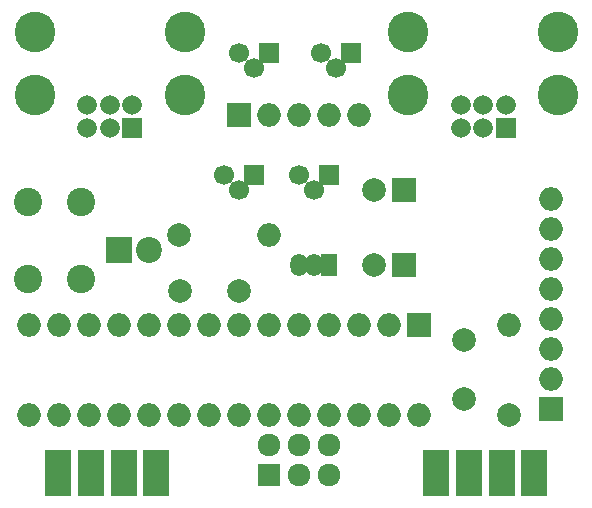
<source format=gbs>
G04 #@! TF.GenerationSoftware,KiCad,Pcbnew,5.1.5+dfsg1-2build2*
G04 #@! TF.CreationDate,2020-11-12T23:36:01+01:00*
G04 #@! TF.ProjectId,nunchuk64-tht,6e756e63-6875-46b3-9634-2d7468742e6b,rev?*
G04 #@! TF.SameCoordinates,Original*
G04 #@! TF.FileFunction,Soldermask,Bot*
G04 #@! TF.FilePolarity,Negative*
%FSLAX46Y46*%
G04 Gerber Fmt 4.6, Leading zero omitted, Abs format (unit mm)*
G04 Created by KiCad (PCBNEW 5.1.5+dfsg1-2build2) date 2020-11-12 23:36:01*
%MOMM*%
%LPD*%
G04 APERTURE LIST*
%ADD10R,1.924000X1.924000*%
%ADD11C,1.924000*%
%ADD12O,2.000000X2.000000*%
%ADD13R,2.000000X2.000000*%
%ADD14R,2.200000X2.200000*%
%ADD15C,2.200000*%
%ADD16C,2.000000*%
%ADD17R,1.450000X1.900000*%
%ADD18O,1.450000X1.900000*%
%ADD19R,1.700000X1.700000*%
%ADD20C,1.700000*%
%ADD21R,1.670000X1.670000*%
%ADD22C,1.670000*%
%ADD23C,3.448000*%
%ADD24R,2.246667X3.880000*%
%ADD25C,2.400000*%
G04 APERTURE END LIST*
D10*
X99060000Y-111760000D03*
D11*
X99060000Y-109220000D03*
X101600000Y-111760000D03*
X101600000Y-109220000D03*
X104140000Y-111760000D03*
X104140000Y-109220000D03*
D12*
X122936000Y-88392000D03*
X122936000Y-90932000D03*
X122936000Y-93472000D03*
X122936000Y-96012000D03*
X122936000Y-98552000D03*
X122936000Y-101092000D03*
X122936000Y-103632000D03*
D13*
X122936000Y-106172000D03*
D14*
X86360000Y-92710000D03*
D15*
X88900000Y-92710000D03*
D12*
X106680000Y-81280000D03*
X104140000Y-81280000D03*
X101600000Y-81280000D03*
X99060000Y-81280000D03*
D13*
X96520000Y-81280000D03*
D16*
X107990000Y-87630000D03*
D13*
X110490000Y-87630000D03*
D16*
X107990000Y-93980000D03*
D13*
X110490000Y-93980000D03*
D17*
X104140000Y-93980000D03*
D18*
X101600000Y-93980000D03*
X102870000Y-93980000D03*
D19*
X104140000Y-86360000D03*
D20*
X101600000Y-86360000D03*
X102870000Y-87630000D03*
D19*
X97790000Y-86360000D03*
D20*
X95250000Y-86360000D03*
X96520000Y-87630000D03*
D19*
X106045000Y-76073000D03*
D20*
X103505000Y-76073000D03*
X104775000Y-77343000D03*
D19*
X99060000Y-76073000D03*
D20*
X96520000Y-76073000D03*
X97790000Y-77343000D03*
D12*
X119380000Y-99060000D03*
D16*
X119380000Y-106680000D03*
X91440000Y-91440000D03*
D12*
X99060000Y-91440000D03*
D16*
X115570000Y-105330000D03*
X115570000Y-100330000D03*
X91520000Y-96202500D03*
X96520000Y-96202500D03*
D12*
X111760000Y-106680000D03*
X78740000Y-99060000D03*
X109220000Y-106680000D03*
X81280000Y-99060000D03*
X106680000Y-106680000D03*
X83820000Y-99060000D03*
X104140000Y-106680000D03*
X86360000Y-99060000D03*
X101600000Y-106680000D03*
X88900000Y-99060000D03*
X99060000Y-106680000D03*
X91440000Y-99060000D03*
X96520000Y-106680000D03*
X93980000Y-99060000D03*
X93980000Y-106680000D03*
X96520000Y-99060000D03*
X91440000Y-106680000D03*
X99060000Y-99060000D03*
X88900000Y-106680000D03*
X101600000Y-99060000D03*
X86360000Y-106680000D03*
X104140000Y-99060000D03*
X83820000Y-106680000D03*
X106680000Y-99060000D03*
X81280000Y-106680000D03*
X109220000Y-99060000D03*
X78740000Y-106680000D03*
D13*
X111760000Y-99060000D03*
D21*
X119105000Y-82388000D03*
D22*
X119105000Y-80483000D03*
X117200000Y-82388000D03*
X117200000Y-80483000D03*
X115295000Y-82388000D03*
X115295000Y-80483000D03*
D23*
X123550000Y-79594000D03*
X110850000Y-74260000D03*
X123550000Y-74260000D03*
X110850000Y-79594000D03*
D24*
X89555000Y-111600000D03*
X86785000Y-111600000D03*
X84015000Y-111600000D03*
X81245000Y-111600000D03*
X121555000Y-111600000D03*
X118785000Y-111600000D03*
X116015000Y-111600000D03*
X113245000Y-111600000D03*
D21*
X87505000Y-82388000D03*
D22*
X87505000Y-80483000D03*
X85600000Y-82388000D03*
X85600000Y-80483000D03*
X83695000Y-82388000D03*
X83695000Y-80483000D03*
D23*
X91950000Y-79594000D03*
X79250000Y-74260000D03*
X91950000Y-74260000D03*
X79250000Y-79594000D03*
D25*
X83200000Y-95200000D03*
X78700000Y-95200000D03*
X83200000Y-88700000D03*
X78700000Y-88700000D03*
M02*

</source>
